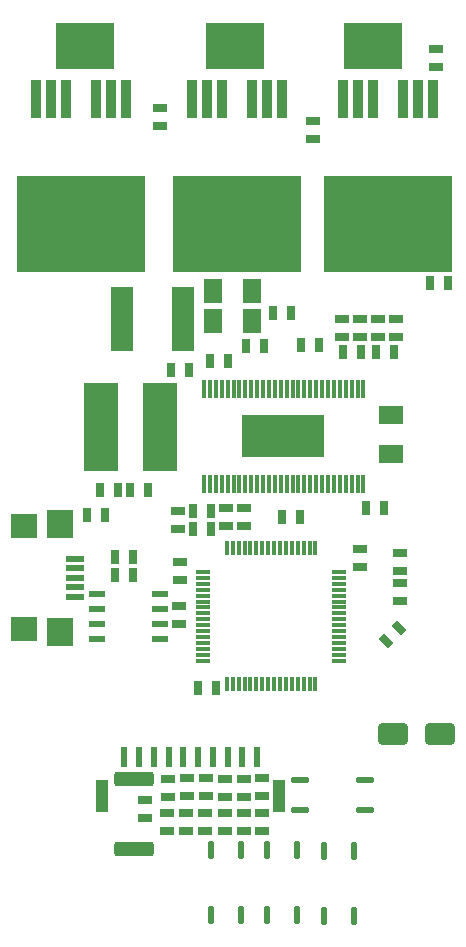
<source format=gtp>
%TF.GenerationSoftware,KiCad,Pcbnew,9.0.1*%
%TF.CreationDate,2025-05-08T23:40:52+03:00*%
%TF.ProjectId,BLDC_4,424c4443-5f34-42e6-9b69-6361645f7063,A*%
%TF.SameCoordinates,Original*%
%TF.FileFunction,Paste,Top*%
%TF.FilePolarity,Positive*%
%FSLAX46Y46*%
G04 Gerber Fmt 4.6, Leading zero omitted, Abs format (unit mm)*
G04 Created by KiCad (PCBNEW 9.0.1) date 2025-05-08 23:40:52*
%MOMM*%
%LPD*%
G01*
G04 APERTURE LIST*
G04 Aperture macros list*
%AMRoundRect*
0 Rectangle with rounded corners*
0 $1 Rounding radius*
0 $2 $3 $4 $5 $6 $7 $8 $9 X,Y pos of 4 corners*
0 Add a 4 corners polygon primitive as box body*
4,1,4,$2,$3,$4,$5,$6,$7,$8,$9,$2,$3,0*
0 Add four circle primitives for the rounded corners*
1,1,$1+$1,$2,$3*
1,1,$1+$1,$4,$5*
1,1,$1+$1,$6,$7*
1,1,$1+$1,$8,$9*
0 Add four rect primitives between the rounded corners*
20,1,$1+$1,$2,$3,$4,$5,0*
20,1,$1+$1,$4,$5,$6,$7,0*
20,1,$1+$1,$6,$7,$8,$9,0*
20,1,$1+$1,$8,$9,$2,$3,0*%
%AMRotRect*
0 Rectangle, with rotation*
0 The origin of the aperture is its center*
0 $1 length*
0 $2 width*
0 $3 Rotation angle, in degrees counterclockwise*
0 Add horizontal line*
21,1,$1,$2,0,0,$3*%
G04 Aperture macros list end*
%ADD10R,1.849120X5.499100*%
%ADD11R,5.000000X4.000000*%
%ADD12R,10.800080X8.150860*%
%ADD13R,0.899160X3.200400*%
%ADD14R,0.300000X1.300480*%
%ADD15R,1.300480X0.300000*%
%ADD16R,0.299720X1.501140*%
%ADD17R,7.000240X3.599180*%
%ADD18R,1.524000X2.032000*%
%ADD19R,1.143000X0.635000*%
%ADD20RotRect,0.635000X1.143000X45.000000*%
%ADD21R,0.635000X1.143000*%
%ADD22R,2.032000X1.524000*%
%ADD23R,1.399540X0.599440*%
%ADD24R,1.500000X0.500000*%
%ADD25R,2.200000X2.400000*%
%ADD26R,2.200000X2.000000*%
%ADD27R,2.997200X7.498080*%
%ADD28RoundRect,0.250000X1.425000X-0.362500X1.425000X0.362500X-1.425000X0.362500X-1.425000X-0.362500X0*%
%ADD29RoundRect,0.137500X0.137500X-0.587500X0.137500X0.587500X-0.137500X0.587500X-0.137500X-0.587500X0*%
%ADD30RoundRect,0.250000X-1.000000X-0.650000X1.000000X-0.650000X1.000000X0.650000X-1.000000X0.650000X0*%
%ADD31R,0.600000X1.700000*%
%ADD32R,1.000000X2.800000*%
%ADD33RoundRect,0.137500X0.587500X0.137500X-0.587500X0.137500X-0.587500X-0.137500X0.587500X-0.137500X0*%
G04 APERTURE END LIST*
D10*
%TO.C,C47*%
X93380560Y-105918000D03*
X88229440Y-105918000D03*
%TD*%
D11*
%TO.C,P8*%
X85090000Y-82804000D03*
%TD*%
%TO.C,P6*%
X109474000Y-82804000D03*
%TD*%
D12*
%TO.C,Q1*%
X110744000Y-97848420D03*
D13*
X114554000Y-87246460D03*
X113284000Y-87246460D03*
X112014000Y-87246460D03*
X109474000Y-87246460D03*
X108204000Y-87246460D03*
X106934000Y-87246460D03*
%TD*%
D12*
%TO.C,Q3*%
X97917000Y-97848420D03*
D13*
X101727000Y-87246460D03*
X100457000Y-87246460D03*
X99187000Y-87246460D03*
X96647000Y-87246460D03*
X95377000Y-87246460D03*
X94107000Y-87246460D03*
%TD*%
D12*
%TO.C,Q5*%
X84709000Y-97848420D03*
D13*
X88519000Y-87246460D03*
X87249000Y-87246460D03*
X85979000Y-87246460D03*
X83439000Y-87246460D03*
X82169000Y-87246460D03*
X80899000Y-87246460D03*
%TD*%
D14*
%TO.C,U2*%
X97088960Y-136814560D03*
X97586800Y-136814560D03*
X98087180Y-136814560D03*
X98587560Y-136814560D03*
X99087940Y-136814560D03*
X99588320Y-136814560D03*
X100088700Y-136814560D03*
X100589080Y-136814560D03*
X101086920Y-136814560D03*
X101587300Y-136814560D03*
X102087680Y-136814560D03*
X102588060Y-136814560D03*
X103088440Y-136814560D03*
X103588820Y-136814560D03*
X104089200Y-136814560D03*
X104587040Y-136814560D03*
D15*
X106588560Y-134813040D03*
X106588560Y-134315200D03*
X106588560Y-133814820D03*
X106588560Y-133314440D03*
X106588560Y-132814060D03*
X106588560Y-132313680D03*
X106588560Y-131813300D03*
X106588560Y-131312920D03*
X106588560Y-130815080D03*
X106588560Y-130314700D03*
X106588560Y-129814320D03*
X106588560Y-129313940D03*
X106588560Y-128813560D03*
X106588560Y-128313180D03*
X106588560Y-127812800D03*
X106588560Y-127314960D03*
D14*
X104587040Y-125313440D03*
X104089200Y-125313440D03*
X103588820Y-125313440D03*
X103088440Y-125313440D03*
X102588060Y-125313440D03*
X102087680Y-125313440D03*
X101587300Y-125313440D03*
X101086920Y-125313440D03*
X100589080Y-125313440D03*
X100088700Y-125313440D03*
X99588320Y-125313440D03*
X99087940Y-125313440D03*
X98587560Y-125313440D03*
X98087180Y-125313440D03*
X97586800Y-125313440D03*
X97088960Y-125313440D03*
D15*
X95087440Y-127314960D03*
X95087440Y-127812800D03*
X95087440Y-128313180D03*
X95087440Y-128813560D03*
X95087440Y-129313940D03*
X95087440Y-129814320D03*
X95087440Y-130314700D03*
X95087440Y-130815080D03*
X95087440Y-131312920D03*
X95087440Y-131813300D03*
X95087440Y-132313680D03*
X95087440Y-132814060D03*
X95087440Y-133314440D03*
X95087440Y-133814820D03*
X95087440Y-134315200D03*
X95087440Y-134813040D03*
%TD*%
D16*
%TO.C,U3*%
X95158560Y-119824500D03*
X95656400Y-119824500D03*
X96156780Y-119824500D03*
X96657160Y-119824500D03*
X97157540Y-119824500D03*
X97657920Y-119824500D03*
X98158300Y-119824500D03*
X98656140Y-119824500D03*
X99156520Y-119824500D03*
X99656900Y-119824500D03*
X100157280Y-119824500D03*
X100657660Y-119824500D03*
X101158040Y-119824500D03*
X101658420Y-119824500D03*
X102156260Y-119824500D03*
X102656640Y-119824500D03*
X103157020Y-119824500D03*
X103657400Y-119824500D03*
X104157780Y-119824500D03*
X104658160Y-119824500D03*
X105158540Y-119824500D03*
X105656380Y-119824500D03*
X106156760Y-119824500D03*
X106657140Y-119824500D03*
X107157520Y-119824500D03*
X107657900Y-119824500D03*
X108158280Y-119824500D03*
X108656120Y-119824500D03*
X108656120Y-111823500D03*
X108158280Y-111823500D03*
X107657900Y-111823500D03*
X107157520Y-111823500D03*
X106657140Y-111823500D03*
X106156760Y-111823500D03*
X105656380Y-111823500D03*
X105158540Y-111823500D03*
X104658160Y-111823500D03*
X104157780Y-111823500D03*
X103657400Y-111823500D03*
X103157020Y-111823500D03*
X102656640Y-111823500D03*
X102156260Y-111823500D03*
X101658420Y-111823500D03*
X101158040Y-111823500D03*
X100657660Y-111823500D03*
X100157280Y-111823500D03*
X99656900Y-111823500D03*
X99156520Y-111823500D03*
X98656140Y-111823500D03*
X98158300Y-111823500D03*
X97657920Y-111823500D03*
X97157540Y-111823500D03*
X96657160Y-111823500D03*
X96156780Y-111823500D03*
X95656400Y-111823500D03*
X95158560Y-111823500D03*
D17*
X101854000Y-115824000D03*
%TD*%
D11*
%TO.C,P7*%
X97790000Y-82804000D03*
%TD*%
D18*
%TO.C,C46*%
X95885000Y-106045000D03*
X99187000Y-106045000D03*
%TD*%
%TO.C,C45*%
X95885000Y-103505000D03*
X99187000Y-103505000D03*
%TD*%
D19*
%TO.C,C16*%
X108331000Y-125349000D03*
X108331000Y-126873000D03*
%TD*%
D20*
%TO.C,C17*%
X110586185Y-133126815D03*
X111663815Y-132049185D03*
%TD*%
D19*
%TO.C,C18*%
X98552000Y-123444000D03*
X98552000Y-121920000D03*
%TD*%
%TO.C,C19*%
X93091000Y-128016000D03*
X93091000Y-126492000D03*
%TD*%
D21*
%TO.C,C23*%
X94234000Y-122174000D03*
X95758000Y-122174000D03*
%TD*%
D19*
%TO.C,C26*%
X92964000Y-122174000D03*
X92964000Y-123698000D03*
%TD*%
D21*
%TO.C,C27*%
X101727000Y-122682000D03*
X103251000Y-122682000D03*
%TD*%
%TO.C,C28*%
X110363000Y-121920000D03*
X108839000Y-121920000D03*
%TD*%
%TO.C,C32*%
X97155000Y-109474000D03*
X95631000Y-109474000D03*
%TD*%
%TO.C,C33*%
X100203000Y-108204000D03*
X98679000Y-108204000D03*
%TD*%
%TO.C,C34*%
X102489000Y-105410000D03*
X100965000Y-105410000D03*
%TD*%
%TO.C,C35*%
X104902000Y-108077000D03*
X103378000Y-108077000D03*
%TD*%
%TO.C,C36*%
X106934000Y-108712000D03*
X108458000Y-108712000D03*
%TD*%
%TO.C,C14*%
X94615000Y-137160000D03*
X96139000Y-137160000D03*
%TD*%
%TO.C,C37*%
X109728000Y-108712000D03*
X111252000Y-108712000D03*
%TD*%
D22*
%TO.C,C40*%
X110998000Y-117348000D03*
X110998000Y-114046000D03*
%TD*%
D19*
%TO.C,C8*%
X111760000Y-125730000D03*
X111760000Y-127254000D03*
%TD*%
%TO.C,C3*%
X93000000Y-130188000D03*
X93000000Y-131712000D03*
%TD*%
D21*
%TO.C,R21*%
X114300000Y-102870000D03*
X115824000Y-102870000D03*
%TD*%
D19*
%TO.C,R22*%
X111760000Y-129794000D03*
X111760000Y-128270000D03*
%TD*%
D21*
%TO.C,R23*%
X86360000Y-120396000D03*
X87884000Y-120396000D03*
%TD*%
%TO.C,R24*%
X88900000Y-120396000D03*
X90424000Y-120396000D03*
%TD*%
%TO.C,R26*%
X94234000Y-123698000D03*
X95758000Y-123698000D03*
%TD*%
D19*
%TO.C,R25*%
X97028000Y-121920000D03*
X97028000Y-123444000D03*
%TD*%
D21*
%TO.C,R28*%
X92329000Y-110236000D03*
X93853000Y-110236000D03*
%TD*%
D19*
%TO.C,R39*%
X114808000Y-84582000D03*
X114808000Y-83058000D03*
%TD*%
%TO.C,R42*%
X104394000Y-89154000D03*
X104394000Y-90678000D03*
%TD*%
%TO.C,R45*%
X91440000Y-88011000D03*
X91440000Y-89535000D03*
%TD*%
%TO.C,R29*%
X106807000Y-105918000D03*
X106807000Y-107442000D03*
%TD*%
%TO.C,R30*%
X108331000Y-105918000D03*
X108331000Y-107442000D03*
%TD*%
%TO.C,R31*%
X109855000Y-105918000D03*
X109855000Y-107442000D03*
%TD*%
%TO.C,R32*%
X111379000Y-105918000D03*
X111379000Y-107442000D03*
%TD*%
D21*
%TO.C,R103*%
X89162000Y-127550000D03*
X87638000Y-127550000D03*
%TD*%
%TO.C,R104*%
X89162000Y-126000000D03*
X87638000Y-126000000D03*
%TD*%
%TO.C,R12*%
X86762000Y-122500000D03*
X85238000Y-122500000D03*
%TD*%
D23*
%TO.C,U1*%
X91467000Y-132955000D03*
X91467000Y-131685000D03*
X91467000Y-130415000D03*
X91467000Y-129145000D03*
X86133000Y-129145000D03*
X86133000Y-130415000D03*
X86133000Y-131685000D03*
X86133000Y-132955000D03*
%TD*%
D24*
%TO.C,X1*%
X84200000Y-129400000D03*
X84200000Y-128600000D03*
X84200000Y-127800000D03*
X84200000Y-127000000D03*
D25*
X83000000Y-123250000D03*
D26*
X79925000Y-123450000D03*
D24*
X84200000Y-126200000D03*
D26*
X79925000Y-132150000D03*
D25*
X83000000Y-132350000D03*
%TD*%
D27*
%TO.C,L1*%
X91399360Y-115062000D03*
X86400640Y-115062000D03*
%TD*%
D19*
%TO.C,R52*%
X98504900Y-146358780D03*
X98504900Y-144834780D03*
%TD*%
D28*
%TO.C,R66*%
X89201900Y-150802900D03*
X89201900Y-144877900D03*
%TD*%
D29*
%TO.C,U15*%
X105281900Y-156427900D03*
X107821900Y-156427900D03*
X107821900Y-150927900D03*
X105281900Y-150927900D03*
%TD*%
D19*
%TO.C,R48*%
X92104900Y-146358780D03*
X92104900Y-144834780D03*
%TD*%
%TO.C,R53*%
X100104900Y-146308780D03*
X100104900Y-144784780D03*
%TD*%
D30*
%TO.C,D7*%
X111160000Y-141020000D03*
X115160000Y-141020000D03*
%TD*%
D29*
%TO.C,U13*%
X95711900Y-156327900D03*
X98251900Y-156327900D03*
X98251900Y-150827900D03*
X95711900Y-150827900D03*
%TD*%
D19*
%TO.C,C52*%
X98504900Y-149208780D03*
X98504900Y-147684780D03*
%TD*%
%TO.C,R51*%
X96904900Y-146358780D03*
X96904900Y-144834780D03*
%TD*%
D29*
%TO.C,U14*%
X100461900Y-156327900D03*
X103001900Y-156327900D03*
X103001900Y-150827900D03*
X100461900Y-150827900D03*
%TD*%
D31*
%TO.C,J1*%
X99654900Y-142958780D03*
X98404900Y-142958780D03*
X97154900Y-142958780D03*
X95904900Y-142958780D03*
X94654900Y-142958780D03*
X93404900Y-142958780D03*
X92154900Y-142958780D03*
X90904900Y-142958780D03*
X89654900Y-142958780D03*
X88404900Y-142958780D03*
D32*
X86554900Y-146308780D03*
X101504900Y-146308780D03*
%TD*%
D19*
%TO.C,R49*%
X93704900Y-146258780D03*
X93704900Y-144734780D03*
%TD*%
D33*
%TO.C,U16*%
X108801900Y-147467900D03*
X108801900Y-144927900D03*
X103301900Y-144927900D03*
X103301900Y-147467900D03*
%TD*%
D19*
%TO.C,C50*%
X95254900Y-149258780D03*
X95254900Y-147734780D03*
%TD*%
%TO.C,C48*%
X92054900Y-149208780D03*
X92054900Y-147684780D03*
%TD*%
%TO.C,R50*%
X95304900Y-146308780D03*
X95304900Y-144784780D03*
%TD*%
%TO.C,R54*%
X90201900Y-146627900D03*
X90201900Y-148151900D03*
%TD*%
%TO.C,C51*%
X96904900Y-149258780D03*
X96904900Y-147734780D03*
%TD*%
%TO.C,C53*%
X100104900Y-149208780D03*
X100104900Y-147684780D03*
%TD*%
%TO.C,C49*%
X93604900Y-149258780D03*
X93604900Y-147734780D03*
%TD*%
M02*

</source>
